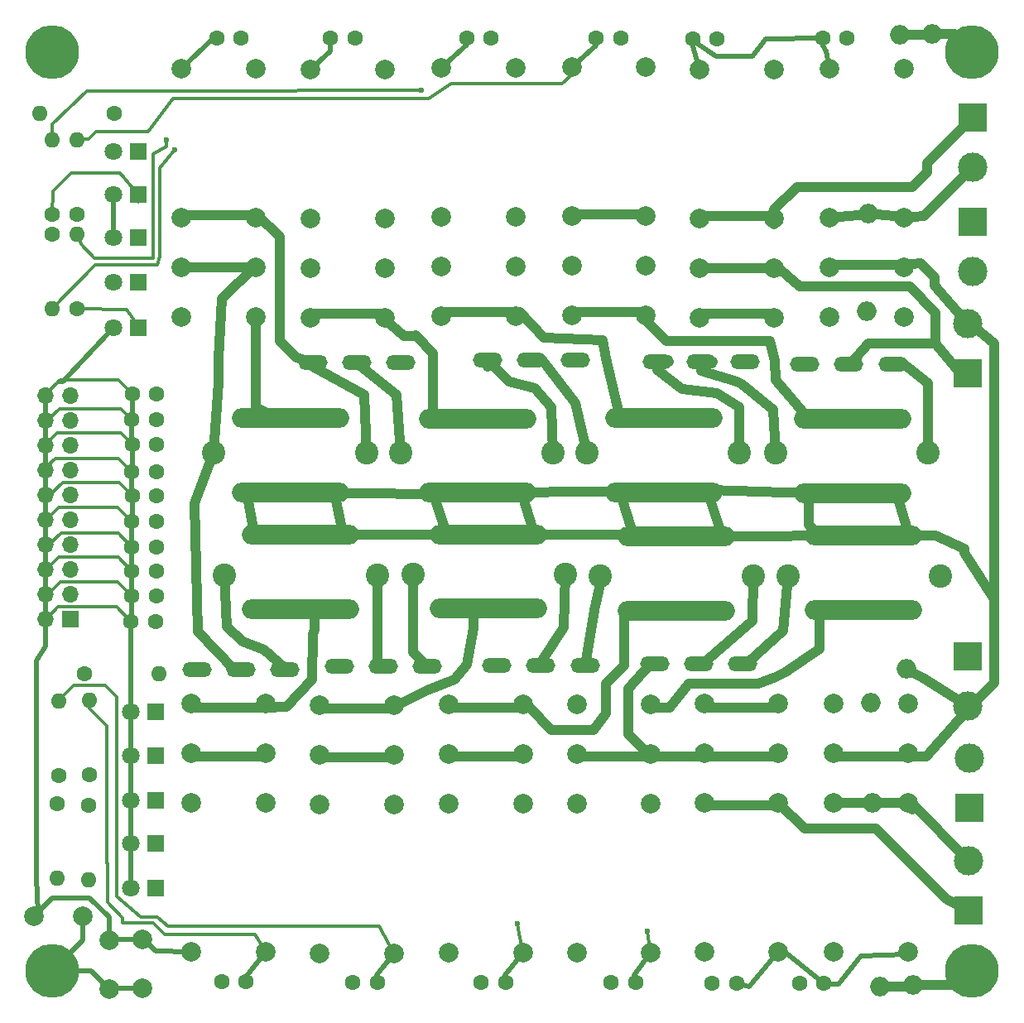
<source format=gbr>
G04 #@! TF.FileFunction,Copper,L1,Top,Signal*
%FSLAX46Y46*%
G04 Gerber Fmt 4.6, Leading zero omitted, Abs format (unit mm)*
G04 Created by KiCad (PCBNEW 4.0.7) date 01/16/19 21:50:51*
%MOMM*%
%LPD*%
G01*
G04 APERTURE LIST*
%ADD10C,0.100000*%
%ADD11C,1.600000*%
%ADD12O,1.600000X1.600000*%
%ADD13R,1.800000X1.800000*%
%ADD14C,1.800000*%
%ADD15R,3.000000X3.000000*%
%ADD16C,3.000000*%
%ADD17C,5.500000*%
%ADD18O,3.000000X1.500000*%
%ADD19R,1.700000X1.700000*%
%ADD20O,1.700000X1.700000*%
%ADD21C,2.000000*%
%ADD22C,1.700000*%
%ADD23O,12.000000X2.000000*%
%ADD24C,2.400000*%
%ADD25O,2.000000X2.000000*%
%ADD26C,0.600000*%
%ADD27C,1.000000*%
%ADD28C,0.500000*%
%ADD29C,0.350000*%
G04 APERTURE END LIST*
D10*
D11*
X53479700Y-129921000D03*
D12*
X53479700Y-137541000D03*
D11*
X81432400Y-51612800D03*
X83932400Y-51612800D03*
X63535560Y-111257080D03*
X61035560Y-111257080D03*
D13*
X63538100Y-129552700D03*
D14*
X60998100Y-129552700D03*
D11*
X52946300Y-71691500D03*
D12*
X52946300Y-79311500D03*
D13*
X63538100Y-138582400D03*
D14*
X60998100Y-138582400D03*
D13*
X63538100Y-133997700D03*
D14*
X60998100Y-133997700D03*
D15*
X146570700Y-114871500D03*
D16*
X146570700Y-119951500D03*
D15*
X147116800Y-70408800D03*
D16*
X147116800Y-75488800D03*
D11*
X112649000Y-148183600D03*
X110149000Y-148183600D03*
X99339400Y-148234400D03*
X96839400Y-148234400D03*
X86207600Y-148209000D03*
X83707600Y-148209000D03*
X72796400Y-148107400D03*
X70296400Y-148107400D03*
X69773800Y-51587400D03*
X72273800Y-51587400D03*
X95351600Y-51612800D03*
X97851600Y-51612800D03*
X108610400Y-51562000D03*
X111110400Y-51562000D03*
X118491000Y-51689000D03*
X120991000Y-51689000D03*
X131876800Y-148310600D03*
X129376800Y-148310600D03*
X59334400Y-59283600D03*
D12*
X51714400Y-59283600D03*
D15*
X147116800Y-59740800D03*
D16*
X147116800Y-64820800D03*
D17*
X147000000Y-53000000D03*
X53000000Y-147000000D03*
D11*
X52920900Y-69596000D03*
D12*
X52920900Y-61976000D03*
D13*
X63538100Y-125031500D03*
D14*
X60998100Y-125031500D03*
D13*
X63512700Y-120535700D03*
D14*
X60972700Y-120535700D03*
D13*
X61800000Y-81200000D03*
D14*
X59260000Y-81200000D03*
D13*
X61800000Y-76600000D03*
D14*
X59260000Y-76600000D03*
D13*
X61800000Y-72000000D03*
D14*
X59260000Y-72000000D03*
D11*
X56667400Y-130048000D03*
D12*
X56667400Y-137668000D03*
D11*
X53644800Y-127025400D03*
D12*
X53644800Y-119405400D03*
D11*
X56730900Y-126949200D03*
D12*
X56730900Y-119329200D03*
D11*
X56273700Y-116624100D03*
D12*
X63893700Y-116624100D03*
D11*
X55525000Y-79325000D03*
D12*
X55525000Y-71705000D03*
D11*
X55475000Y-69625000D03*
D12*
X55475000Y-62005000D03*
D18*
X119329200Y-84734400D03*
X123829200Y-84734400D03*
X114829200Y-84734400D03*
X102000000Y-84500000D03*
X106500000Y-84500000D03*
X97500000Y-84500000D03*
X84100000Y-84800000D03*
X88600000Y-84800000D03*
X79600000Y-84800000D03*
X86817200Y-115824000D03*
X82317200Y-115824000D03*
X91317200Y-115824000D03*
X102950000Y-115750000D03*
X98450000Y-115750000D03*
X107450000Y-115750000D03*
X119100000Y-115600000D03*
X114600000Y-115600000D03*
X123600000Y-115600000D03*
D13*
X61800000Y-67600000D03*
D14*
X59260000Y-67600000D03*
D13*
X61800000Y-63200000D03*
D14*
X59260000Y-63200000D03*
D18*
X72263000Y-116205000D03*
X67763000Y-116205000D03*
X76763000Y-116205000D03*
D15*
X146710400Y-140817600D03*
D16*
X146710400Y-135737600D03*
D15*
X146812000Y-130352800D03*
D16*
X146812000Y-125272800D03*
D15*
X146573240Y-85887560D03*
D16*
X146573240Y-80807560D03*
D18*
X134447280Y-84993480D03*
X129947280Y-84993480D03*
X138947280Y-84993480D03*
D19*
X54864000Y-111061500D03*
D20*
X52324000Y-111061500D03*
X54864000Y-108521500D03*
X52324000Y-108521500D03*
X54864000Y-105981500D03*
X52324000Y-105981500D03*
X54864000Y-103441500D03*
X52324000Y-103441500D03*
X54864000Y-100901500D03*
X52324000Y-100901500D03*
X54864000Y-98361500D03*
X52324000Y-98361500D03*
X54864000Y-95821500D03*
X52324000Y-95821500D03*
X54864000Y-93281500D03*
X52324000Y-93281500D03*
X54864000Y-90741500D03*
X52324000Y-90741500D03*
X54864000Y-88201500D03*
X52324000Y-88201500D03*
D11*
X122961400Y-148259800D03*
X120461400Y-148259800D03*
X131775200Y-51587400D03*
X134275200Y-51587400D03*
X63652400Y-88011000D03*
X61152400Y-88011000D03*
X63601600Y-90627200D03*
X61101600Y-90627200D03*
X63652400Y-93141800D03*
X61152400Y-93141800D03*
X63601600Y-95935800D03*
X61101600Y-95935800D03*
X63652400Y-98399600D03*
X61152400Y-98399600D03*
X63601600Y-101041200D03*
X61101600Y-101041200D03*
X63627000Y-103632000D03*
X61127000Y-103632000D03*
X63627000Y-106146600D03*
X61127000Y-106146600D03*
X63591440Y-108686600D03*
X61091440Y-108686600D03*
D17*
X53000000Y-53000000D03*
D21*
X58790840Y-148859240D03*
X58790840Y-143859240D03*
X62191900Y-148805900D03*
X62191900Y-143805900D03*
X56121300Y-141401800D03*
X51121300Y-141401800D03*
D17*
X147000000Y-147000000D03*
D22*
X93094800Y-109968800D03*
X96094800Y-109968800D03*
X99094800Y-109968800D03*
X102094800Y-109968800D03*
X93094800Y-102365800D03*
X96094800Y-102365800D03*
X99094800Y-102365800D03*
X102094800Y-102365800D03*
D23*
X97594800Y-109968800D03*
X97594800Y-102365800D03*
D24*
X89840800Y-106476800D03*
X105460800Y-106476800D03*
D22*
X112271800Y-110146600D03*
X115271800Y-110146600D03*
X118271800Y-110146600D03*
X121271800Y-110146600D03*
X112271800Y-102543600D03*
X115271800Y-102543600D03*
X118271800Y-102543600D03*
X121271800Y-102543600D03*
D23*
X116771800Y-110146600D03*
X116771800Y-102543600D03*
D24*
X109017800Y-106654600D03*
X124637800Y-106654600D03*
D22*
X131461500Y-110108500D03*
X134461500Y-110108500D03*
X137461500Y-110108500D03*
X140461500Y-110108500D03*
X131461500Y-102505500D03*
X134461500Y-102505500D03*
X137461500Y-102505500D03*
X140461500Y-102505500D03*
D23*
X135961500Y-110108500D03*
X135961500Y-102505500D03*
D24*
X128207500Y-106616500D03*
X143827500Y-106616500D03*
D22*
X73841600Y-110019600D03*
X76841600Y-110019600D03*
X79841600Y-110019600D03*
X82841600Y-110019600D03*
X73841600Y-102416600D03*
X76841600Y-102416600D03*
X79841600Y-102416600D03*
X82841600Y-102416600D03*
D23*
X78341600Y-110019600D03*
X78341600Y-102416600D03*
D24*
X70587600Y-106527600D03*
X86207600Y-106527600D03*
D22*
X81860400Y-90488000D03*
X78860400Y-90488000D03*
X75860400Y-90488000D03*
X72860400Y-90488000D03*
X81860400Y-98091000D03*
X78860400Y-98091000D03*
X75860400Y-98091000D03*
X72860400Y-98091000D03*
D23*
X77360400Y-90488000D03*
X77360400Y-98091000D03*
D24*
X85114400Y-93980000D03*
X69494400Y-93980000D03*
D22*
X100946000Y-90508000D03*
X97946000Y-90508000D03*
X94946000Y-90508000D03*
X91946000Y-90508000D03*
X100946000Y-98111000D03*
X97946000Y-98111000D03*
X94946000Y-98111000D03*
X91946000Y-98111000D03*
D23*
X96446000Y-90508000D03*
X96446000Y-98111000D03*
D24*
X104200000Y-94000000D03*
X88580000Y-94000000D03*
D22*
X120011200Y-90488000D03*
X117011200Y-90488000D03*
X114011200Y-90488000D03*
X111011200Y-90488000D03*
X120011200Y-98091000D03*
X117011200Y-98091000D03*
X114011200Y-98091000D03*
X111011200Y-98091000D03*
D23*
X115511200Y-90488000D03*
X115511200Y-98091000D03*
D24*
X123265200Y-93980000D03*
X107645200Y-93980000D03*
D22*
X139315200Y-90538800D03*
X136315200Y-90538800D03*
X133315200Y-90538800D03*
X130315200Y-90538800D03*
X139315200Y-98141800D03*
X136315200Y-98141800D03*
X133315200Y-98141800D03*
X130315200Y-98141800D03*
D23*
X134815200Y-90538800D03*
X134815200Y-98141800D03*
D24*
X142569200Y-94030800D03*
X126949200Y-94030800D03*
D21*
X132900000Y-145100000D03*
X132900000Y-129860000D03*
X132900000Y-119700000D03*
X132900000Y-124780000D03*
X140500000Y-145100000D03*
X140500000Y-124780000D03*
X140500000Y-129860000D03*
X140500000Y-119700000D03*
X119644000Y-145064500D03*
X119644000Y-129824500D03*
X119644000Y-119664500D03*
X119644000Y-124744500D03*
X127244000Y-145064500D03*
X127244000Y-124744500D03*
X127244000Y-129824500D03*
X127244000Y-119664500D03*
X140071000Y-54770000D03*
X140071000Y-70010000D03*
X140071000Y-80170000D03*
X140071000Y-75090000D03*
X132471000Y-54770000D03*
X132471000Y-75090000D03*
X132471000Y-70010000D03*
X132471000Y-80170000D03*
X113700000Y-54600000D03*
X113700000Y-69840000D03*
X113700000Y-80000000D03*
X113700000Y-74920000D03*
X106100000Y-54600000D03*
X106100000Y-74920000D03*
X106100000Y-69840000D03*
X106100000Y-80000000D03*
X100370800Y-54617600D03*
X100370800Y-69857600D03*
X100370800Y-80017600D03*
X100370800Y-74937600D03*
X92770800Y-54617600D03*
X92770800Y-74937600D03*
X92770800Y-69857600D03*
X92770800Y-80017600D03*
X87000000Y-54800000D03*
X87000000Y-70040000D03*
X87000000Y-80200000D03*
X87000000Y-75120000D03*
X79400000Y-54800000D03*
X79400000Y-75120000D03*
X79400000Y-70040000D03*
X79400000Y-80200000D03*
X73800000Y-54700000D03*
X73800000Y-69940000D03*
X73800000Y-80100000D03*
X73800000Y-75020000D03*
X66200000Y-54700000D03*
X66200000Y-75020000D03*
X66200000Y-69940000D03*
X66200000Y-80100000D03*
X67200000Y-145100000D03*
X67200000Y-129860000D03*
X67200000Y-119700000D03*
X67200000Y-124780000D03*
X74800000Y-145100000D03*
X74800000Y-124780000D03*
X74800000Y-129860000D03*
X74800000Y-119700000D03*
X93545500Y-145115300D03*
X93545500Y-129875300D03*
X93545500Y-119715300D03*
X93545500Y-124795300D03*
X101145500Y-145115300D03*
X101145500Y-124795300D03*
X101145500Y-129875300D03*
X101145500Y-119715300D03*
X106613800Y-145115300D03*
X106613800Y-129875300D03*
X106613800Y-119715300D03*
X106613800Y-124795300D03*
X114213800Y-145115300D03*
X114213800Y-124795300D03*
X114213800Y-129875300D03*
X114213800Y-119715300D03*
X80300000Y-145200000D03*
X80300000Y-129960000D03*
X80300000Y-119800000D03*
X80300000Y-124880000D03*
X87900000Y-145200000D03*
X87900000Y-124880000D03*
X87900000Y-129960000D03*
X87900000Y-119800000D03*
X126800000Y-54800000D03*
X126800000Y-70040000D03*
X126800000Y-80200000D03*
X126800000Y-75120000D03*
X119200000Y-54800000D03*
X119200000Y-75120000D03*
X119200000Y-70040000D03*
X119200000Y-80200000D03*
D25*
X136723120Y-119613680D03*
X136824720Y-129844800D03*
X140299440Y-116149120D03*
X136458960Y-69555360D03*
X136306560Y-79517240D03*
X140995400Y-148437600D03*
X137591800Y-148640800D03*
X142951200Y-51206400D03*
X139623800Y-51282600D03*
D26*
X113830100Y-142925800D03*
X100545900Y-142227300D03*
X64668400Y-62026800D03*
X65468500Y-63055500D03*
X90753080Y-56927840D03*
D27*
X142057120Y-117083840D02*
X146570700Y-119951500D01*
X130315200Y-98141800D02*
X130315200Y-101359200D01*
X130315200Y-101359200D02*
X131461500Y-102505500D01*
X146573240Y-80807560D02*
X146827240Y-80807560D01*
X146827240Y-80807560D02*
X149352000Y-82804000D01*
X149352000Y-82804000D02*
X149352000Y-108966000D01*
X72860400Y-98091000D02*
X73647800Y-102222800D01*
X73647800Y-102222800D02*
X73841600Y-102416600D01*
X77360400Y-98091000D02*
X91768200Y-98288800D01*
X91768200Y-98288800D02*
X91946000Y-98111000D01*
X82841600Y-102416600D02*
X93044000Y-102416600D01*
X93044000Y-102416600D02*
X93094800Y-102365800D01*
X81860400Y-98091000D02*
X82647800Y-102222800D01*
X82647800Y-102222800D02*
X82841600Y-102416600D01*
X91946000Y-98111000D02*
X93256600Y-102204000D01*
X93256600Y-102204000D02*
X93094800Y-102365800D01*
X100946000Y-98111000D02*
X102256600Y-102204000D01*
X102256600Y-102204000D02*
X102094800Y-102365800D01*
X111011200Y-98091000D02*
X112433600Y-102381800D01*
X112433600Y-102381800D02*
X112271800Y-102543600D01*
X102094800Y-102365800D02*
X116619400Y-102391200D01*
X116619400Y-102391200D02*
X116771800Y-102543600D01*
X96446000Y-98111000D02*
X110935000Y-98014800D01*
X110935000Y-98014800D02*
X111011200Y-98091000D01*
X121271800Y-102543600D02*
X135948800Y-102518200D01*
X135948800Y-102518200D02*
X135961500Y-102505500D01*
X120011200Y-98091000D02*
X121433600Y-102381800D01*
X121433600Y-102381800D02*
X121271800Y-102543600D01*
X130315200Y-98141800D02*
X120239800Y-97862400D01*
X120239800Y-97862400D02*
X120011200Y-98091000D01*
X140461500Y-102505500D02*
X143272500Y-102505500D01*
X149352000Y-117551200D02*
X146939000Y-119888000D01*
X149352000Y-108966000D02*
X149352000Y-117551200D01*
X146265900Y-104241600D02*
X149352000Y-108966000D01*
X146265900Y-103860600D02*
X146265900Y-104241600D01*
X143272500Y-102505500D02*
X146265900Y-103860600D01*
X140461500Y-102505500D02*
X140461500Y-102162500D01*
X140461500Y-102162500D02*
X140496300Y-102127700D01*
X140496300Y-102127700D02*
X139315200Y-98141800D01*
X143230600Y-76936600D02*
X146573240Y-80807560D01*
X143230600Y-76047600D02*
X143230600Y-76936600D01*
D28*
X146939000Y-119888000D02*
X147091400Y-119888000D01*
D27*
X142334000Y-125128000D02*
X146939000Y-119888000D01*
X140071000Y-74770000D02*
X141775200Y-74592200D01*
X141775200Y-74592200D02*
X143230600Y-76047600D01*
X132471000Y-74770000D02*
X140071000Y-74770000D01*
X140197840Y-116098320D02*
X142057120Y-117083840D01*
X140500000Y-125100000D02*
X132900000Y-125100000D01*
X140500000Y-125100000D02*
X142334000Y-125128000D01*
X101145500Y-125115300D02*
X93545500Y-125115300D01*
X124637800Y-106654600D02*
X124587000Y-111188500D01*
X124587000Y-111188500D02*
X119550000Y-115600000D01*
X119550000Y-115600000D02*
X119100000Y-115600000D01*
X123600000Y-115600000D02*
X124200000Y-115400000D01*
X127698500Y-112204500D02*
X128207500Y-106616500D01*
X124200000Y-115400000D02*
X127698500Y-112204500D01*
X102950000Y-115750000D02*
X103100000Y-115250000D01*
X105277920Y-111871760D02*
X105460800Y-106476800D01*
X103100000Y-115250000D02*
X105277920Y-111871760D01*
X87900000Y-125200000D02*
X80300000Y-125200000D01*
X103432600Y-115267400D02*
X102950000Y-115750000D01*
X109017800Y-106654600D02*
X109017800Y-107482200D01*
X109017800Y-107482200D02*
X108407200Y-110083600D01*
X108407200Y-110083600D02*
X107450000Y-115750000D01*
X74800000Y-125100000D02*
X67200000Y-125100000D01*
X86207600Y-106527600D02*
X86233000Y-115239800D01*
X86233000Y-115239800D02*
X86817200Y-115824000D01*
X89840800Y-106476800D02*
X89917000Y-114423800D01*
X89917000Y-114423800D02*
X91317200Y-115824000D01*
X73800000Y-74700000D02*
X73800000Y-74870000D01*
X73800000Y-74870000D02*
X70358000Y-78232000D01*
X70358000Y-78232000D02*
X70000000Y-84400000D01*
X70000000Y-84400000D02*
X70000000Y-86800000D01*
X70000000Y-86800000D02*
X69494400Y-93980000D01*
X72263000Y-116205000D02*
X71577200Y-116205000D01*
X71577200Y-116205000D02*
X67869140Y-112261760D01*
X67869140Y-112261760D02*
X67528440Y-99197160D01*
X67528440Y-99197160D02*
X69494400Y-93980000D01*
X74054000Y-75042900D02*
X66718300Y-75042900D01*
X66718300Y-75042900D02*
X66454000Y-75042900D01*
X76763000Y-116205000D02*
X76763000Y-116031400D01*
X76763000Y-116031400D02*
X74625200Y-114147600D01*
X70799960Y-111760000D02*
X70587600Y-106527600D01*
X72400000Y-113360200D02*
X70799960Y-111760000D01*
X74625200Y-114147600D02*
X72400000Y-113360200D01*
X84100000Y-84800000D02*
X84036500Y-84800000D01*
X84036500Y-84800000D02*
X88200000Y-88100000D01*
X88200000Y-88100000D02*
X88580000Y-94000000D01*
X88935600Y-93644400D02*
X88580000Y-94000000D01*
X79600000Y-84800000D02*
X79600000Y-85172500D01*
X79600000Y-85172500D02*
X84900000Y-88100000D01*
X84900000Y-88100000D02*
X85114400Y-93980000D01*
X73800000Y-69700000D02*
X66200000Y-69700000D01*
X73800000Y-69700000D02*
X73984000Y-69700000D01*
X73984000Y-69700000D02*
X76276200Y-71907400D01*
X76276200Y-71907400D02*
X76276200Y-82575400D01*
X76276200Y-82575400D02*
X77978000Y-84277200D01*
X77978000Y-84277200D02*
X79600000Y-84800000D01*
X84958800Y-93824400D02*
X85114400Y-93980000D01*
X102000000Y-84500000D02*
X103100000Y-84500000D01*
X103100000Y-84500000D02*
X106490003Y-88955432D01*
X106490003Y-88955432D02*
X107645200Y-93980000D01*
X104200000Y-94000000D02*
X104000000Y-89400000D01*
X99700000Y-86700000D02*
X97500000Y-84500000D01*
X102300000Y-87400000D02*
X99700000Y-86700000D01*
X104000000Y-89400000D02*
X102300000Y-87400000D01*
X97500000Y-84500000D02*
X97500000Y-85200000D01*
X104311100Y-93888900D02*
X104200000Y-94000000D01*
X97500000Y-84500000D02*
X97500000Y-84902200D01*
X119329200Y-84734400D02*
X119329200Y-85598000D01*
X126715520Y-89651840D02*
X126949200Y-94030800D01*
X123525280Y-87030560D02*
X126715520Y-89651840D01*
X122976640Y-86766400D02*
X123525280Y-87030560D01*
X119329200Y-85598000D02*
X122976640Y-86766400D01*
X119329200Y-84734400D02*
X119929200Y-84734400D01*
X119329200Y-84734400D02*
X119583200Y-84734400D01*
X120535700Y-84683600D02*
X120472200Y-84874100D01*
X113700000Y-74600000D02*
X113700000Y-74800800D01*
X114829200Y-84734400D02*
X114829200Y-85568400D01*
X123240800Y-89347040D02*
X123265200Y-93980000D01*
X120985280Y-87924640D02*
X123240800Y-89347040D01*
X117390783Y-87480387D02*
X120985280Y-87924640D01*
X114829200Y-85568400D02*
X117390783Y-87480387D01*
X114829200Y-84734400D02*
X115620800Y-84734400D01*
X116035700Y-84683600D02*
X115972200Y-84565100D01*
X101145500Y-120115300D02*
X101840300Y-120115300D01*
X101840300Y-120115300D02*
X104011500Y-122369000D01*
X111475000Y-115800000D02*
X111475000Y-110943400D01*
X109625000Y-117650000D02*
X111475000Y-115800000D01*
X109625000Y-120725000D02*
X109625000Y-117650000D01*
X108336500Y-122369000D02*
X109625000Y-120725000D01*
X104011500Y-122369000D02*
X108336500Y-122369000D01*
X111475000Y-110943400D02*
X112271800Y-110146600D01*
X93545500Y-120115300D02*
X101145500Y-120115300D01*
X101145500Y-120115300D02*
X101321900Y-120115300D01*
X79841600Y-110019600D02*
X79841600Y-112019600D01*
X79841600Y-112019600D02*
X79641700Y-112613200D01*
X74800000Y-120100000D02*
X76894720Y-120006080D01*
X79641700Y-112613200D02*
X79841600Y-112019600D01*
X76894720Y-120006080D02*
X79565500Y-117221000D01*
X79565500Y-117221000D02*
X79641700Y-112613200D01*
X74800000Y-120100000D02*
X67200000Y-120100000D01*
X91946000Y-90508000D02*
X91946000Y-83846000D01*
X90100000Y-82000000D02*
X90100000Y-82118200D01*
X90218200Y-82118200D02*
X90100000Y-82000000D01*
X91946000Y-83846000D02*
X90218200Y-82118200D01*
X87000000Y-79800000D02*
X79400000Y-79800000D01*
X87000000Y-79800000D02*
X87000000Y-80411000D01*
X87000000Y-80411000D02*
X88976200Y-82118200D01*
X88976200Y-82118200D02*
X90100000Y-82118200D01*
X96094800Y-109968800D02*
X96094800Y-111968800D01*
X95350000Y-115650000D02*
X96094800Y-111968800D01*
X94107000Y-117221000D02*
X95350000Y-115650000D01*
X91300000Y-118300000D02*
X94107000Y-117221000D01*
X91300000Y-118300000D02*
X87900000Y-120020800D01*
X87900000Y-120200000D02*
X80300000Y-120200000D01*
X87900000Y-120200000D02*
X87900000Y-120020800D01*
X73800000Y-79700000D02*
X73802400Y-89344400D01*
X73802400Y-89344400D02*
X75860400Y-90488000D01*
X73015000Y-90333400D02*
X72860400Y-90488000D01*
X111011200Y-90488000D02*
X109575600Y-84378800D01*
X109575600Y-84378800D02*
X109277785Y-82477785D01*
X100370800Y-79617600D02*
X92770800Y-79617600D01*
X100370800Y-79617600D02*
X100801200Y-79617600D01*
X100801200Y-79617600D02*
X103251000Y-82267400D01*
X103251000Y-82267400D02*
X109277785Y-82477785D01*
X126800000Y-79800000D02*
X119200000Y-79800000D01*
X126800000Y-70040000D02*
X126800000Y-69135600D01*
X126800000Y-69135600D02*
X129133600Y-66802000D01*
X129133600Y-66802000D02*
X140970000Y-66802000D01*
X140970000Y-66802000D02*
X142443200Y-65328800D01*
X142443200Y-65328800D02*
X142443200Y-64414400D01*
X142443200Y-64414400D02*
X147116800Y-59740800D01*
X126800000Y-69800000D02*
X126800000Y-70606600D01*
X126800000Y-69800000D02*
X119200000Y-69800000D01*
D29*
X113949480Y-143606520D02*
X114213800Y-145115300D01*
X113830100Y-142925800D02*
X113949480Y-143606520D01*
D28*
X112649000Y-148183600D02*
X112522000Y-147404000D01*
X112522000Y-147404000D02*
X114213800Y-145115300D01*
D29*
X100721160Y-143225520D02*
X101145500Y-145115300D01*
X100545900Y-142227300D02*
X100721160Y-143225520D01*
D28*
X99339400Y-148234400D02*
X99314000Y-147404000D01*
X99314000Y-147404000D02*
X101145500Y-145115300D01*
D29*
X53644800Y-119405400D02*
X53644800Y-119329200D01*
X53644800Y-119329200D02*
X55168800Y-117805200D01*
X61988700Y-141503400D02*
X63741300Y-141503400D01*
X59588400Y-139407900D02*
X61988700Y-141503400D01*
X59588400Y-119024400D02*
X59588400Y-139407900D01*
X58369200Y-117805200D02*
X59588400Y-119024400D01*
X55168800Y-117805200D02*
X58369200Y-117805200D01*
X53644800Y-119405400D02*
X53644800Y-119595900D01*
X86405860Y-142455900D02*
X87900000Y-145200000D01*
X64830960Y-142455900D02*
X86405860Y-142455900D01*
X63741300Y-141503400D02*
X64830960Y-142455900D01*
D28*
X86207600Y-148209000D02*
X86182200Y-147480200D01*
X86182200Y-147480200D02*
X87900000Y-145200000D01*
D29*
X56730900Y-119329200D02*
X56730900Y-120205500D01*
X58521600Y-135978900D02*
X58597800Y-135978900D01*
X58521600Y-121996200D02*
X58521600Y-135978900D01*
X56730900Y-120205500D02*
X58521600Y-121996200D01*
X58597800Y-135978900D02*
X58597800Y-140017500D01*
X60185300Y-142074900D02*
X63322200Y-142074900D01*
X63322200Y-142074900D02*
X64503300Y-143256000D01*
X64503300Y-143256000D02*
X73688080Y-143256000D01*
X73688080Y-143256000D02*
X74800000Y-145100000D01*
X58597800Y-140017500D02*
X60185300Y-141605000D01*
X60185300Y-141605000D02*
X60185300Y-142074900D01*
X56730900Y-119329200D02*
X56730900Y-119405400D01*
D28*
X72796400Y-148107400D02*
X72898000Y-147546240D01*
X72898000Y-147546240D02*
X74800000Y-145100000D01*
X69773800Y-51587400D02*
X69435800Y-51587400D01*
X69435800Y-51587400D02*
X66200000Y-54700000D01*
D29*
X63601600Y-101041200D02*
X64104520Y-101041200D01*
X55525000Y-71705000D02*
X55905400Y-72694800D01*
X64668400Y-62699900D02*
X64668400Y-62026800D01*
X63331800Y-63436500D02*
X64668400Y-62699900D01*
X63331800Y-73431400D02*
X63331800Y-63436500D01*
X63271400Y-74091800D02*
X63331800Y-73431400D01*
X57302400Y-74091800D02*
X63271400Y-74091800D01*
X55905400Y-72694800D02*
X57302400Y-74091800D01*
D28*
X81432400Y-51612800D02*
X81419700Y-52989300D01*
X81419700Y-52989300D02*
X79400000Y-54800000D01*
D29*
X52946300Y-79311500D02*
X52946300Y-79286100D01*
X52946300Y-79286100D02*
X57404000Y-74828400D01*
X63941400Y-64922400D02*
X65468500Y-63055500D01*
X63966800Y-73939400D02*
X63941400Y-64922400D01*
X63677800Y-74828400D02*
X63966800Y-73939400D01*
X57404000Y-74828400D02*
X63677800Y-74828400D01*
D28*
X95351600Y-51612800D02*
X95351600Y-52240000D01*
X95351600Y-52240000D02*
X92770800Y-54617600D01*
D29*
X55475000Y-62005000D02*
X56680100Y-61925200D01*
X105105200Y-56273700D02*
X106100000Y-55331700D01*
X93764100Y-56273700D02*
X105105200Y-56273700D01*
X91447900Y-57741000D02*
X93764100Y-56273700D01*
X65298600Y-57741000D02*
X91447900Y-57741000D01*
X62750700Y-61137800D02*
X65298600Y-57741000D01*
X57467500Y-61137800D02*
X62750700Y-61137800D01*
X56680100Y-61925200D02*
X57467500Y-61137800D01*
X106100000Y-55331700D02*
X106100000Y-54600000D01*
D28*
X108610400Y-51562000D02*
X108610400Y-52336520D01*
X108610400Y-52336520D02*
X106100000Y-54600000D01*
X62191900Y-143805900D02*
X62335400Y-143805900D01*
X62335400Y-143805900D02*
X63535580Y-145006080D01*
X63535580Y-145006080D02*
X67200000Y-145100000D01*
X51121300Y-141401800D02*
X51130200Y-141401800D01*
X51130200Y-141401800D02*
X52971700Y-139560300D01*
X58790840Y-141544040D02*
X58790840Y-143859240D01*
X56807100Y-139560300D02*
X58790840Y-141544040D01*
X52971700Y-139560300D02*
X56807100Y-139560300D01*
X60998100Y-133997700D02*
X60998100Y-138582400D01*
X60998100Y-133997700D02*
X60998100Y-129552700D01*
X60998100Y-125031500D02*
X60998100Y-129552700D01*
X60972700Y-120535700D02*
X60972700Y-125006100D01*
X60972700Y-125006100D02*
X60998100Y-125031500D01*
X60972700Y-120535700D02*
X60972700Y-111319940D01*
X60972700Y-111319940D02*
X61035560Y-111257080D01*
X51121300Y-141401800D02*
X51386740Y-141401800D01*
X51384200Y-137414000D02*
X51536600Y-140986500D01*
X51536600Y-140986500D02*
X51121300Y-141401800D01*
X51384200Y-134950200D02*
X51384200Y-137414000D01*
X51384200Y-134251700D02*
X51384200Y-134950200D01*
X59260000Y-67600000D02*
X59254920Y-71994920D01*
X59254920Y-71994920D02*
X59260000Y-72000000D01*
X53649880Y-86720680D02*
X54076600Y-86720680D01*
X54076600Y-86720680D02*
X59260000Y-81200000D01*
X59183800Y-76523800D02*
X59260000Y-76600000D01*
D29*
X52324000Y-88201500D02*
X52324000Y-87630000D01*
D28*
X52324000Y-111061500D02*
X52324000Y-113792000D01*
X52324000Y-113792000D02*
X51384200Y-115290600D01*
X62191900Y-143805900D02*
X58844180Y-143805900D01*
X58844180Y-143805900D02*
X58790840Y-143859240D01*
X62217300Y-143780500D02*
X62191900Y-143805900D01*
D29*
X52324000Y-88046560D02*
X53649880Y-86720680D01*
X53649880Y-86720680D02*
X53812440Y-86558120D01*
X53812440Y-86558120D02*
X59699520Y-86558120D01*
X59699520Y-86558120D02*
X61152400Y-88011000D01*
X59336200Y-81123800D02*
X59260000Y-81200000D01*
X59219360Y-76559360D02*
X59260000Y-76600000D01*
X52324000Y-111061500D02*
X52331620Y-111061500D01*
X52331620Y-111061500D02*
X53588920Y-109804200D01*
X59582680Y-109804200D02*
X61035560Y-111257080D01*
X53588920Y-109804200D02*
X59582680Y-109804200D01*
X52324000Y-108521500D02*
X52552600Y-108521500D01*
X52552600Y-108521500D02*
X53840380Y-107233720D01*
X59638560Y-107233720D02*
X61091440Y-108686600D01*
X53840380Y-107233720D02*
X59638560Y-107233720D01*
X52324000Y-105981500D02*
X52410360Y-105981500D01*
X52410360Y-105981500D02*
X53672740Y-104719120D01*
X59699520Y-104719120D02*
X61127000Y-106146600D01*
X53672740Y-104719120D02*
X59699520Y-104719120D01*
X52324000Y-100901500D02*
X52377340Y-100901500D01*
X52377340Y-100901500D02*
X53672740Y-99606100D01*
X59666500Y-99606100D02*
X61101600Y-101041200D01*
X53672740Y-99606100D02*
X59666500Y-99606100D01*
X52324000Y-103441500D02*
X52631340Y-103441500D01*
X52631340Y-103441500D02*
X53868320Y-102204520D01*
X59699520Y-102204520D02*
X61127000Y-103632000D01*
X53868320Y-102204520D02*
X59699520Y-102204520D01*
X52324000Y-98361500D02*
X52738020Y-98361500D01*
X52738020Y-98361500D02*
X54035960Y-97063560D01*
X59816360Y-97063560D02*
X61152400Y-98399600D01*
X54035960Y-97063560D02*
X59816360Y-97063560D01*
X52324000Y-95821500D02*
X52324000Y-95562420D01*
X52324000Y-95562420D02*
X53309520Y-94576900D01*
X59742700Y-94576900D02*
X61101600Y-95935800D01*
X53309520Y-94576900D02*
X59742700Y-94576900D01*
X52324000Y-93281500D02*
X52324000Y-93159580D01*
X52324000Y-93159580D02*
X53505100Y-91978480D01*
X59989080Y-91978480D02*
X61152400Y-93141800D01*
X53505100Y-91978480D02*
X59989080Y-91978480D01*
X52324000Y-90741500D02*
X52451000Y-90741500D01*
X52451000Y-90741500D02*
X53700680Y-89491820D01*
X59966220Y-89491820D02*
X61101600Y-90627200D01*
X53700680Y-89491820D02*
X59966220Y-89491820D01*
X52324000Y-88201500D02*
X52324000Y-88046560D01*
D28*
X52324000Y-108521500D02*
X52324000Y-111061500D01*
X52324000Y-105981500D02*
X52324000Y-108521500D01*
X52324000Y-103441500D02*
X52324000Y-105981500D01*
X52324000Y-100901500D02*
X52324000Y-103441500D01*
X52324000Y-98361500D02*
X52324000Y-100901500D01*
X52324000Y-95821500D02*
X52324000Y-98361500D01*
X52324000Y-93281500D02*
X52324000Y-95821500D01*
X52324000Y-90741500D02*
X52324000Y-93281500D01*
X52324000Y-88201500D02*
X52324000Y-90741500D01*
X58801000Y-143849080D02*
X58790840Y-143859240D01*
X61091440Y-108686600D02*
X61091440Y-111201200D01*
X61091440Y-111201200D02*
X61035560Y-111257080D01*
X61127000Y-106146600D02*
X61127000Y-108651040D01*
X61127000Y-108651040D02*
X61091440Y-108686600D01*
X61127000Y-103632000D02*
X61127000Y-106146600D01*
X61101600Y-103606600D02*
X61127000Y-103632000D01*
X61101600Y-101041200D02*
X61101600Y-103606600D01*
X61152400Y-100990400D02*
X61101600Y-101041200D01*
X61152400Y-98399600D02*
X61152400Y-100990400D01*
X61101600Y-98348800D02*
X61152400Y-98399600D01*
X61101600Y-95935800D02*
X61101600Y-98348800D01*
X61152400Y-95885000D02*
X61101600Y-95935800D01*
X61152400Y-93141800D02*
X61152400Y-95885000D01*
X61101600Y-93091000D02*
X61152400Y-93141800D01*
X61101600Y-90627200D02*
X61101600Y-93091000D01*
X61152400Y-90576400D02*
X61101600Y-90627200D01*
X61152400Y-88011000D02*
X61152400Y-90576400D01*
D29*
X61152400Y-88011000D02*
X61152400Y-87691600D01*
D28*
X51384200Y-115290600D02*
X51384200Y-134251700D01*
D29*
X55525000Y-79325000D02*
X60604400Y-79349600D01*
X60604400Y-79349600D02*
X61800000Y-81047600D01*
X61800000Y-81047600D02*
X61800000Y-81200000D01*
X52946300Y-71691500D02*
X53403500Y-71691500D01*
X55475000Y-69625000D02*
X56059200Y-69625000D01*
X55475000Y-69625000D02*
X55475000Y-69167800D01*
D28*
X127244000Y-145064500D02*
X127856000Y-145064500D01*
X127856000Y-145064500D02*
X131876800Y-148310600D01*
X122961400Y-148259800D02*
X124290000Y-148590000D01*
X124290000Y-148590000D02*
X127244000Y-145064500D01*
X131876800Y-148310600D02*
X133388100Y-148412200D01*
X135674100Y-145516600D02*
X140238400Y-145361600D01*
X133388100Y-148412200D02*
X135674100Y-145516600D01*
X140238400Y-145361600D02*
X140500000Y-145100000D01*
X131775200Y-51587400D02*
X131775200Y-52349400D01*
X131775200Y-52349400D02*
X132130800Y-52984400D01*
X132130800Y-52984400D02*
X132471000Y-54770000D01*
X118491000Y-51689000D02*
X118491000Y-51816000D01*
X118491000Y-51816000D02*
X120904000Y-53467000D01*
X125984000Y-51689000D02*
X131775200Y-51587400D01*
X124587000Y-53467000D02*
X125984000Y-51689000D01*
X120904000Y-53467000D02*
X124587000Y-53467000D01*
D29*
X65192980Y-57027940D02*
X90753080Y-56927840D01*
X65717420Y-57058560D02*
X65192980Y-57027940D01*
X56484520Y-57058560D02*
X65717420Y-57058560D01*
X52920900Y-61976000D02*
X52920900Y-60426600D01*
X52920900Y-60426600D02*
X56484520Y-57058560D01*
D28*
X118491000Y-51689000D02*
X118480840Y-52402560D01*
X118480840Y-52402560D02*
X119200000Y-54800000D01*
D29*
X52920900Y-69596000D02*
X53073300Y-67271900D01*
X59928760Y-65405000D02*
X61800000Y-67600000D01*
X54940200Y-65405000D02*
X59928760Y-65405000D01*
X53073300Y-67271900D02*
X54940200Y-65405000D01*
X61800000Y-67600000D02*
X61800000Y-68351840D01*
D27*
X114600000Y-115600000D02*
X114150000Y-115600000D01*
X114150000Y-115600000D02*
X111925000Y-118125000D01*
X111925000Y-122826500D02*
X114213800Y-125115300D01*
X111925000Y-118125000D02*
X111925000Y-122826500D01*
X106613800Y-125115300D02*
X106959700Y-125115300D01*
X114213800Y-125115300D02*
X106613800Y-125115300D01*
X114213800Y-125115300D02*
X119644000Y-125064500D01*
X127244000Y-125064500D02*
X119644000Y-125064500D01*
X146710400Y-140817600D02*
X144419320Y-139672060D01*
X144419320Y-139672060D02*
X137205720Y-132458460D01*
X137205720Y-132458460D02*
X129905900Y-132486400D01*
X129905900Y-132486400D02*
X127244000Y-129824500D01*
X127244000Y-130064500D02*
X119644000Y-130064500D01*
X132900000Y-129860000D02*
X136809520Y-129860000D01*
X136809520Y-129860000D02*
X136824720Y-129844800D01*
X136824720Y-129844800D02*
X140484800Y-129844800D01*
X140484800Y-129844800D02*
X140500000Y-129860000D01*
X140500000Y-129860000D02*
X140832800Y-129860000D01*
X140832800Y-129860000D02*
X146710400Y-135737600D01*
X140928000Y-130528000D02*
X140500000Y-130100000D01*
X127244000Y-120064500D02*
X119644000Y-120064500D01*
X134447280Y-84993480D02*
X134599680Y-84993480D01*
X134599680Y-84993480D02*
X136410700Y-82854800D01*
X136410700Y-82854800D02*
X143332200Y-82854800D01*
X126800000Y-75120000D02*
X119200000Y-75120000D01*
X126800000Y-74800000D02*
X126878600Y-74800000D01*
X126878600Y-74800000D02*
X129387600Y-77012800D01*
X143332200Y-82854800D02*
X145836640Y-85887560D01*
X143332200Y-79679800D02*
X143332200Y-82308700D01*
X143332200Y-82308700D02*
X143332200Y-82854800D01*
X140665200Y-77012800D02*
X143332200Y-79679800D01*
X129387600Y-77012800D02*
X140665200Y-77012800D01*
X145836640Y-85887560D02*
X146573240Y-85887560D01*
X138947280Y-84993480D02*
X140047980Y-84993480D01*
X140047980Y-84993480D02*
X142569200Y-86943200D01*
X142569200Y-86943200D02*
X142569200Y-94030800D01*
X142675000Y-93925000D02*
X142569200Y-94030800D01*
X113700000Y-69600000D02*
X113700000Y-69784300D01*
X113700000Y-69600000D02*
X106100000Y-69600000D01*
X113700000Y-80000000D02*
X113700000Y-80438700D01*
X113700000Y-80438700D02*
X115824000Y-82562700D01*
X115824000Y-82562700D02*
X126339600Y-82562700D01*
X126339600Y-82562700D02*
X126898400Y-84612480D01*
X126898400Y-84612480D02*
X126979680Y-86603840D01*
X126979680Y-86603840D02*
X130315200Y-90538800D01*
X133413500Y-90440500D02*
X133315200Y-90538800D01*
X113700000Y-79600000D02*
X106100000Y-79600000D01*
D28*
X56121300Y-141401800D02*
X56121300Y-143878700D01*
X56121300Y-143878700D02*
X53000000Y-147000000D01*
X53058060Y-146941940D02*
X53000000Y-147000000D01*
X62191900Y-148805900D02*
X58844180Y-148805900D01*
X58844180Y-148805900D02*
X58790840Y-148859240D01*
X62217300Y-148780500D02*
X62191900Y-148805900D01*
X53000000Y-147000000D02*
X56931600Y-147000000D01*
X56931600Y-147000000D02*
X58790840Y-148859240D01*
D27*
X125145800Y-117622320D02*
X126964440Y-116997480D01*
X126964440Y-116997480D02*
X127970280Y-116448840D01*
X131461500Y-114088500D02*
X131461500Y-110108500D01*
X127970280Y-116448840D02*
X131461500Y-114088500D01*
X116142800Y-120128000D02*
X118076040Y-117630600D01*
X118076040Y-117630600D02*
X125145800Y-117622320D01*
X116142800Y-120128000D02*
X114213800Y-120115300D01*
X139623800Y-51282600D02*
X142875000Y-51282600D01*
X142875000Y-51282600D02*
X142951200Y-51206400D01*
X142951200Y-51206400D02*
X145206400Y-51206400D01*
X145206400Y-51206400D02*
X147000000Y-53000000D01*
X146533000Y-53467000D02*
X147000000Y-53000000D01*
D28*
X145308000Y-51308000D02*
X147000000Y-53000000D01*
D27*
X137591800Y-148640800D02*
X140792200Y-148640800D01*
X140792200Y-148640800D02*
X140995400Y-148437600D01*
X140995400Y-148437600D02*
X145562400Y-148437600D01*
X145562400Y-148437600D02*
X147000000Y-147000000D01*
D28*
X145410000Y-148590000D02*
X147000000Y-147000000D01*
D27*
X147000000Y-147000000D02*
X147000000Y-146684960D01*
X132471000Y-70010000D02*
X136349760Y-69664560D01*
X136349760Y-69664560D02*
X136458960Y-69555360D01*
X136458960Y-69555360D02*
X139961800Y-69900800D01*
X139961800Y-69900800D02*
X140071000Y-70010000D01*
X140071000Y-70010000D02*
X142097600Y-69840000D01*
X142097600Y-69840000D02*
X147116800Y-64820800D01*
M02*

</source>
